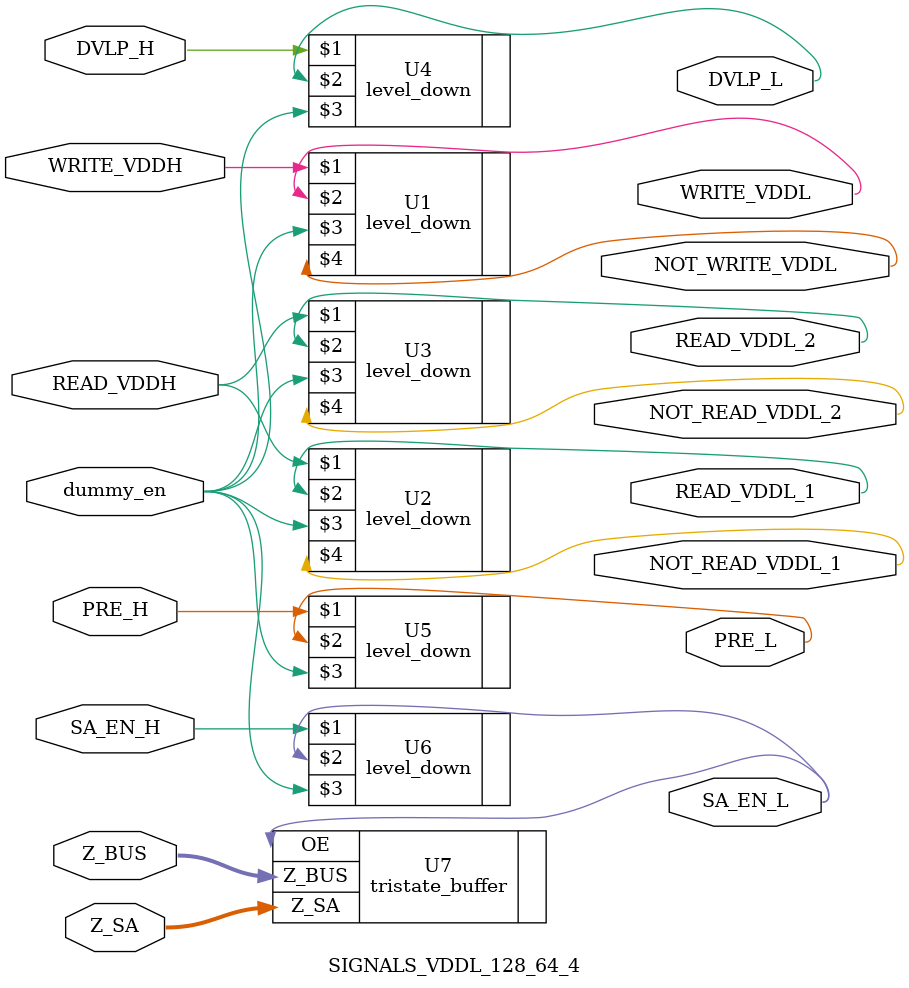
<source format=v>


`include "/ibe/users/da220/Cadence/WORK_TSMC180FORTE/DIGITAL/rtl/level_down/level_down.v"
`include "/ibe/users/da220/Cadence/WORK_TSMC180FORTE/DIGITAL/rtl/tristate_buffer/tristate_buffer.v"

// NAME MODIFIED //
module SIGNALS_VDDL_128_64_4(
// END MODIFY NAME //
WRITE_VDDH,
READ_VDDH,
DVLP_H,
PRE_H,
SA_EN_H,
dummy_en,
WRITE_VDDL,
NOT_WRITE_VDDL,
READ_VDDL_1,
NOT_READ_VDDL_1,
READ_VDDL_2,
NOT_READ_VDDL_2,
DVLP_L,
PRE_L,
Z_SA,
//Z_WR,
Z_BUS,
SA_EN_L,
);

// SKILL MODIFICATIONS //
parameter B_SIZE = 4;
// END OF SKILL MODIFICATION //

// Inputs
input	WRITE_VDDH;
input	READ_VDDH;
input	DVLP_H;
input	PRE_H;
input	SA_EN_H;
input	dummy_en;

// Input Ouput
inout	[B_SIZE-1:0] Z_SA;
//inout	[B_SIZE-1:0] Z_WR;
inout	[B_SIZE-1:0] Z_BUS;

// Outputs
output	WRITE_VDDL;
output	NOT_WRITE_VDDL;
output	READ_VDDL_1;
output	NOT_READ_VDDL_1;
output	READ_VDDL_2;
output	NOT_READ_VDDL_2;
output 	DVLP_L;
output	PRE_L;
output	SA_EN_L;

// Wires
wire	WRITE_VDDH;
wire	READ_VDDH;
wire	DVLP_H;
wire	PRE_H;
wire	SA_EN_H;
wire	dummy_en;
wire	WRITE_VDDL;
wire	NOT_WRITE_VDDL;
wire	READ_VDDL_1;
wire	NOT_READ_VDDL_1;
wire	READ_VDDL_2;
wire	NOT_READ_VDDL_2;
wire 	DVLP_L;
wire	PRE_L;
wire	SA_EN_L;
wire	[B_SIZE-1:0] Z_BUS;
wire	[B_SIZE-1:0] Z_SA;
//wire	[B_SIZE-1:0] Z_WR;



level_down U1(WRITE_VDDH, WRITE_VDDL, dummy_en, NOT_WRITE_VDDL);
level_down U2(READ_VDDH, READ_VDDL_1, dummy_en, NOT_READ_VDDL_1);
level_down U3(READ_VDDH, READ_VDDL_2, dummy_en, NOT_READ_VDDL_2);
level_down U4(DVLP_H, DVLP_L, dummy_en,);
level_down U5(PRE_H, PRE_L, dummy_en,);
level_down U6(SA_EN_H, SA_EN_L, dummy_en,);
tristate_buffer #(B_SIZE) U7(
.Z_SA	(Z_SA),
//.Z_WR	(Z_WR),
.Z_BUS	(Z_BUS),
.OE		(SA_EN_L)
);

endmodule
</source>
